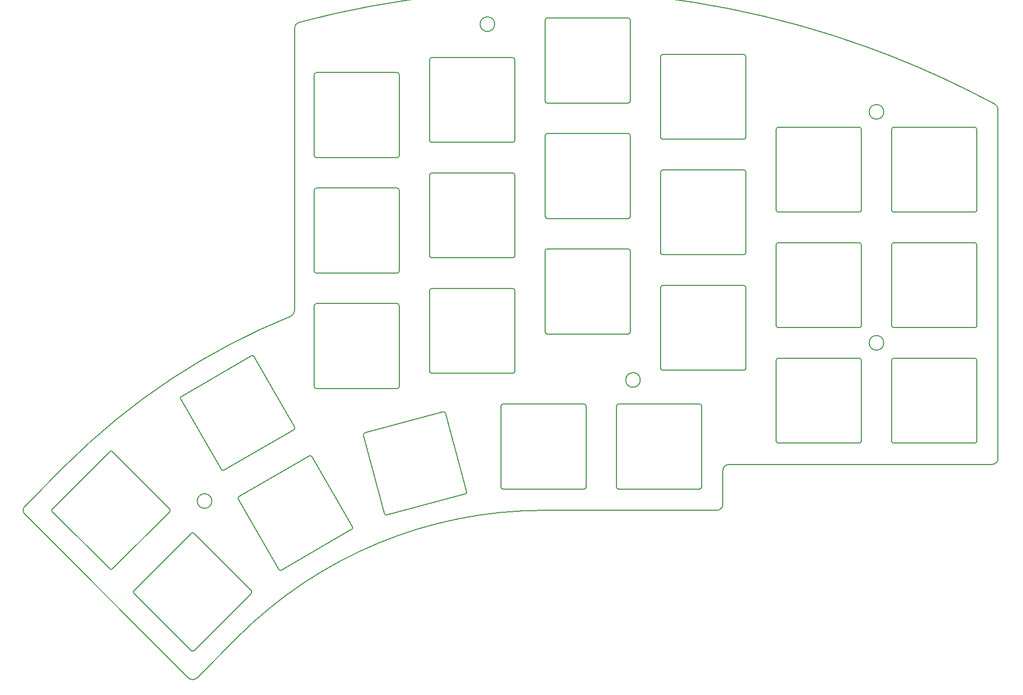
<source format=gbr>
%TF.GenerationSoftware,KiCad,Pcbnew,7.0.1*%
%TF.CreationDate,2023-04-13T23:26:46+02:00*%
%TF.ProjectId,kicad,6b696361-642e-46b6-9963-61645f706362,rev?*%
%TF.SameCoordinates,Original*%
%TF.FileFunction,Profile,NP*%
%FSLAX46Y46*%
G04 Gerber Fmt 4.6, Leading zero omitted, Abs format (unit mm)*
G04 Created by KiCad (PCBNEW 7.0.1) date 2023-04-13 23:26:46*
%MOMM*%
%LPD*%
G01*
G04 APERTURE LIST*
%TA.AperFunction,Profile*%
%ADD10C,0.200000*%
%TD*%
G04 APERTURE END LIST*
D10*
X217937806Y-86417170D02*
G75*
G03*
X217637821Y-86117170I-299994J6D01*
G01*
X217937821Y-99817170D02*
X217937821Y-86417170D01*
X217637821Y-100117173D02*
G75*
G03*
X217937821Y-99817170I-9J300009D01*
G01*
X204237821Y-100117170D02*
X217637821Y-100117170D01*
X203937806Y-99817170D02*
G75*
G03*
X204237821Y-100117170I300006J6D01*
G01*
X203937821Y-86417170D02*
X203937821Y-99817170D01*
X165837816Y-87817160D02*
G75*
G03*
X166137821Y-88117160I299996J-4D01*
G01*
X165837821Y-74417160D02*
X165837821Y-87817160D01*
X166137821Y-74117173D02*
G75*
G03*
X165837821Y-74417160I-9J-299991D01*
G01*
X179537821Y-74117160D02*
X166137821Y-74117160D01*
X122387821Y-110167160D02*
G75*
G03*
X122687821Y-109867160I0J300000D01*
G01*
X86737281Y-111496137D02*
G75*
G03*
X86627473Y-111905945I150000J-259808D01*
G01*
X108987821Y-110167160D02*
X122387821Y-110167160D01*
X108687821Y-109867160D02*
G75*
G03*
X108987821Y-110167160I300000J0D01*
G01*
X108687821Y-96467160D02*
X108687821Y-109867160D01*
X160487821Y-63067173D02*
G75*
G03*
X160787821Y-62767160I-9J300009D01*
G01*
X147087821Y-63067160D02*
X160487821Y-63067160D01*
X146787816Y-62767160D02*
G75*
G03*
X147087821Y-63067160I299996J-4D01*
G01*
X146787821Y-49367160D02*
X146787821Y-62767160D01*
X147087821Y-49067173D02*
G75*
G03*
X146787821Y-49367160I-9J-299991D01*
G01*
X160487821Y-49067160D02*
X147087821Y-49067160D01*
X160787816Y-49367160D02*
G75*
G03*
X160487821Y-49067160I-300004J-4D01*
G01*
X160787821Y-62767160D02*
X160787821Y-49367160D01*
X147087821Y-87167173D02*
G75*
G03*
X146787821Y-87467160I-9J-299991D01*
G01*
X160487821Y-87167160D02*
X147087821Y-87167160D01*
X160787816Y-87467160D02*
G75*
G03*
X160487821Y-87167160I-300004J-4D01*
G01*
X160787821Y-100867160D02*
X160787821Y-87467160D01*
X160487821Y-101167173D02*
G75*
G03*
X160787821Y-100867160I-9J300009D01*
G01*
X147087821Y-101167160D02*
X160487821Y-101167160D01*
X146787816Y-100867160D02*
G75*
G03*
X147087821Y-101167160I299996J-4D01*
G01*
X146787821Y-87467160D02*
X146787821Y-100867160D01*
X172251930Y-126736988D02*
X158851930Y-126736988D01*
X172251930Y-126736982D02*
G75*
G03*
X172551930Y-126436988I-18J300018D01*
G01*
X172551930Y-113036988D02*
X172551930Y-126436988D01*
X172551888Y-113036988D02*
G75*
G03*
X172251930Y-112736988I-299976J24D01*
G01*
X158851930Y-112736988D02*
X172251930Y-112736988D01*
X158851930Y-112736982D02*
G75*
G03*
X158551930Y-113036988I-18J-299982D01*
G01*
X158551930Y-126436988D02*
X158551930Y-113036988D01*
X176076930Y-123692160D02*
X176076930Y-129261988D01*
X175076930Y-130261982D02*
G75*
G03*
X176076930Y-129261988I-18J1000018D01*
G01*
X175076930Y-130261988D02*
X146501930Y-130261988D01*
X146501930Y-130261989D02*
G75*
G03*
X96050175Y-151159791I0J-71349556D01*
G01*
X96050174Y-151159790D02*
X89314982Y-157894982D01*
X87900768Y-157894982D02*
G75*
G03*
X89314982Y-157894982I707107J707108D01*
G01*
X87900768Y-157894982D02*
X60960000Y-130954213D01*
X217937806Y-67367170D02*
G75*
G03*
X217637821Y-67067170I-299994J6D01*
G01*
X60960001Y-129540001D02*
G75*
G03*
X60960000Y-130954213I707106J-707106D01*
G01*
X217637821Y-67067170D02*
X204237821Y-67067170D01*
X60960000Y-129540000D02*
X67695192Y-122804808D01*
X204237821Y-67067173D02*
G75*
G03*
X203937821Y-67367170I-9J-299991D01*
G01*
X104787115Y-98263212D02*
G75*
G03*
X67695192Y-122804808I41714817J-103348332D01*
G01*
X203937821Y-67367170D02*
X203937821Y-80767170D01*
X104787115Y-98263212D02*
G75*
G03*
X105412821Y-97335902I-374293J927309D01*
G01*
X203937806Y-80767170D02*
G75*
G03*
X204237821Y-81067170I300006J6D01*
G01*
X105412821Y-97335902D02*
X105412821Y-50740942D01*
X204237821Y-81067170D02*
X217637821Y-81067170D01*
X106156014Y-49774479D02*
G75*
G03*
X105412821Y-50740942I256808J-966464D01*
G01*
X217637821Y-119167173D02*
G75*
G03*
X217937821Y-118867170I-9J300009D01*
G01*
X199960559Y-53880497D02*
G75*
G03*
X106156014Y-49774479I-53458629J-147731059D01*
G01*
X217937821Y-118867170D02*
X217937821Y-105467170D01*
X203480161Y-55201953D02*
G75*
G03*
X199960559Y-53880498I-56979249J-146412311D01*
G01*
X217937806Y-105467170D02*
G75*
G03*
X217637821Y-105167170I-299994J6D01*
G01*
X220936610Y-63257770D02*
G75*
G03*
X203480161Y-55201954I-74434698J-138353894D01*
G01*
X217637821Y-105167170D02*
X204237821Y-105167170D01*
X221462773Y-64138413D02*
G75*
G03*
X220936608Y-63257774I-999961J49D01*
G01*
X204237821Y-105167173D02*
G75*
G03*
X203937821Y-105467170I-9J-299991D01*
G01*
X221462821Y-64138413D02*
X221462821Y-121692160D01*
X203937821Y-105467170D02*
X203937821Y-118867170D01*
X220462821Y-122692173D02*
G75*
G03*
X221462821Y-121692160I-9J1000009D01*
G01*
X203937806Y-118867170D02*
G75*
G03*
X204237821Y-119167170I300006J6D01*
G01*
X217637821Y-81067173D02*
G75*
G03*
X217937821Y-80767170I-9J300009D01*
G01*
X204237821Y-119167170D02*
X217637821Y-119167170D01*
X217937821Y-80767170D02*
X217937821Y-67367170D01*
X158551888Y-126436988D02*
G75*
G03*
X158851930Y-126736988I300024J24D01*
G01*
X122687821Y-109867160D02*
X122687821Y-96467160D01*
X122687821Y-96467160D02*
G75*
G03*
X122387821Y-96167160I-300000J0D01*
G01*
X108987821Y-96167160D02*
G75*
G03*
X108687821Y-96467160I0J-300000D01*
G01*
X139501930Y-113036988D02*
X139501930Y-126436988D01*
X139501928Y-126436988D02*
G75*
G03*
X139801930Y-126736988I300004J4D01*
G01*
X139801930Y-126736988D02*
X153201930Y-126736988D01*
X153201930Y-126736982D02*
G75*
G03*
X153501930Y-126436988I-18J300018D01*
G01*
X153501930Y-126436988D02*
X153501930Y-113036988D01*
X153501888Y-113036988D02*
G75*
G03*
X153201930Y-112736988I-299976J24D01*
G01*
X153201930Y-112736988D02*
X139801930Y-112736988D01*
X139801930Y-112736982D02*
G75*
G03*
X139501930Y-113036988I-18J-299982D01*
G01*
X166137821Y-69067160D02*
X179537821Y-69067160D01*
X179537821Y-69067173D02*
G75*
G03*
X179837821Y-68767160I-9J300009D01*
G01*
X179837821Y-68767160D02*
X179837821Y-55367160D01*
X128037821Y-74617160D02*
G75*
G03*
X127737821Y-74917160I0J-300000D01*
G01*
X127737821Y-74917160D02*
X127737821Y-88317160D01*
X127737821Y-88317160D02*
G75*
G03*
X128037821Y-88617160I300000J0D01*
G01*
X160787821Y-81817160D02*
X160787821Y-68417160D01*
X160787816Y-68417160D02*
G75*
G03*
X160487821Y-68117160I-300004J-4D01*
G01*
X160487821Y-68117160D02*
X147087821Y-68117160D01*
X147087821Y-68117173D02*
G75*
G03*
X146787821Y-68417160I-9J-299991D01*
G01*
X146787816Y-81817160D02*
G75*
G03*
X147087821Y-82117160I299996J-4D01*
G01*
X122387821Y-96167160D02*
X108987821Y-96167160D01*
X202612821Y-64542170D02*
G75*
G03*
X202612821Y-64542170I-1200000J0D01*
G01*
X147087821Y-82117160D02*
X160487821Y-82117160D01*
X160487821Y-82117173D02*
G75*
G03*
X160787821Y-81817160I-9J300009D01*
G01*
X108687821Y-77417160D02*
X108687821Y-90817160D01*
X108687821Y-90817160D02*
G75*
G03*
X108987821Y-91117160I300000J0D01*
G01*
X108987821Y-91117160D02*
X122387821Y-91117160D01*
X122387821Y-91117160D02*
G75*
G03*
X122687821Y-90817160I0J300000D01*
G01*
X122687821Y-90817160D02*
X122687821Y-77417160D01*
X122687821Y-77417160D02*
G75*
G03*
X122387821Y-77117160I-300000J0D01*
G01*
X122387821Y-77117160D02*
X108987821Y-77117160D01*
X108987821Y-77117160D02*
G75*
G03*
X108687821Y-77417160I0J-300000D01*
G01*
X133806804Y-127186766D02*
X130338628Y-114243360D01*
X179837816Y-74417160D02*
G75*
G03*
X179537821Y-74117160I-300004J-4D01*
G01*
X146787821Y-68417160D02*
X146787821Y-81817160D01*
X184887821Y-105467160D02*
X184887821Y-118867160D01*
X179537821Y-88117173D02*
G75*
G03*
X179837821Y-87817160I-9J300009D01*
G01*
X117027799Y-117499404D02*
G75*
G03*
X116815667Y-117866826I77644J-289776D01*
G01*
X179837821Y-87817160D02*
X179837821Y-74417160D01*
X177076930Y-122692182D02*
G75*
G03*
X176076930Y-123692160I-18J-999982D01*
G01*
X179837816Y-55367160D02*
G75*
G03*
X179537821Y-55067160I-300004J-4D01*
G01*
X166137821Y-88117160D02*
X179537821Y-88117160D01*
X220462821Y-122692160D02*
X177076930Y-122692160D01*
X133594672Y-127554188D02*
G75*
G03*
X133806803Y-127186766I-77648J289778D01*
G01*
X120651265Y-131022364D02*
X133594672Y-127554189D01*
X120283842Y-130810232D02*
G75*
G03*
X120651265Y-131022364I289778J77646D01*
G01*
X116815667Y-117866826D02*
X120283842Y-130810232D01*
X202612821Y-102642170D02*
G75*
G03*
X202612821Y-102642170I-1200000J0D01*
G01*
X129971205Y-114031227D02*
X117027799Y-117499403D01*
X130338628Y-114243360D02*
G75*
G03*
X129971205Y-114031227I-289778J-77645D01*
G01*
X141437821Y-74617160D02*
X128037821Y-74617160D01*
X141737816Y-74917160D02*
G75*
G03*
X141437821Y-74617160I-300004J-4D01*
G01*
X141737821Y-88317160D02*
X141737821Y-74917160D01*
X141437821Y-88617173D02*
G75*
G03*
X141737821Y-88317160I-9J300009D01*
G01*
X162451412Y-108760663D02*
G75*
G03*
X162451412Y-108760663I-1200000J0D01*
G01*
X128037821Y-88617160D02*
X141437821Y-88617160D01*
X127737821Y-69267160D02*
G75*
G03*
X128037821Y-69567160I300000J0D01*
G01*
X127737821Y-55867160D02*
X127737821Y-69267160D01*
X128037821Y-55567160D02*
G75*
G03*
X127737821Y-55867160I0J-300000D01*
G01*
X141437821Y-55567160D02*
X128037821Y-55567160D01*
X141737816Y-55867160D02*
G75*
G03*
X141437821Y-55567160I-300004J-4D01*
G01*
X141737821Y-69267160D02*
X141737821Y-55867160D01*
X141437821Y-69567173D02*
G75*
G03*
X141737821Y-69267160I-9J300009D01*
G01*
X128037821Y-69567160D02*
X141437821Y-69567160D01*
X198887816Y-67367160D02*
G75*
G03*
X198587821Y-67067160I-300004J-4D01*
G01*
X198887821Y-80767160D02*
X198887821Y-67367160D01*
X198587821Y-81067173D02*
G75*
G03*
X198887821Y-80767160I-9J300009D01*
G01*
X91780567Y-128733407D02*
G75*
G03*
X91780567Y-128733407I-1200000J0D01*
G01*
X198887821Y-99817160D02*
X198887821Y-86417160D01*
X185187821Y-81067160D02*
X198587821Y-81067160D01*
X184887816Y-80767160D02*
G75*
G03*
X185187821Y-81067160I299996J-4D01*
G01*
X184887821Y-67367160D02*
X184887821Y-80767160D01*
X185187821Y-67067173D02*
G75*
G03*
X184887821Y-67367160I-9J-299991D01*
G01*
X198587821Y-67067160D02*
X185187821Y-67067160D01*
X185187821Y-105167173D02*
G75*
G03*
X184887821Y-105467160I-9J-299991D01*
G01*
X198587821Y-105167160D02*
X185187821Y-105167160D01*
X198887816Y-105467160D02*
G75*
G03*
X198587821Y-105167160I-300004J-4D01*
G01*
X198887821Y-118867160D02*
X198887821Y-105467160D01*
X198587821Y-119167173D02*
G75*
G03*
X198887821Y-118867160I-9J300009D01*
G01*
X185187821Y-119167160D02*
X198587821Y-119167160D01*
X184887816Y-118867160D02*
G75*
G03*
X185187821Y-119167160I299996J-4D01*
G01*
X198887816Y-86417160D02*
G75*
G03*
X198587821Y-86117160I-300004J-4D01*
G01*
X198587821Y-100117173D02*
G75*
G03*
X198887821Y-99817160I-9J300009D01*
G01*
X185187821Y-100117160D02*
X198587821Y-100117160D01*
X184887816Y-99817160D02*
G75*
G03*
X185187821Y-100117160I299996J-4D01*
G01*
X184887821Y-86417160D02*
X184887821Y-99817160D01*
X185187821Y-86117173D02*
G75*
G03*
X184887821Y-86417160I-9J-299991D01*
G01*
X198587821Y-86117160D02*
X185187821Y-86117160D01*
X165837816Y-68767160D02*
G75*
G03*
X166137821Y-69067160I299996J-4D01*
G01*
X165837821Y-55367160D02*
X165837821Y-68767160D01*
X166137821Y-55067173D02*
G75*
G03*
X165837821Y-55367160I-9J-299991D01*
G01*
X179537821Y-55067160D02*
X166137821Y-55067160D01*
X217637821Y-86117170D02*
X204237821Y-86117170D01*
X204237821Y-86117173D02*
G75*
G03*
X203937821Y-86417170I-9J-299991D01*
G01*
X165837821Y-93467160D02*
X165837821Y-106867160D01*
X165837816Y-106867160D02*
G75*
G03*
X166137821Y-107167160I299996J-4D01*
G01*
X166137821Y-107167160D02*
X179537821Y-107167160D01*
X179537821Y-107167173D02*
G75*
G03*
X179837821Y-106867160I-9J300009D01*
G01*
X179837821Y-106867160D02*
X179837821Y-93467160D01*
X179837816Y-93467160D02*
G75*
G03*
X179537821Y-93167160I-300004J-4D01*
G01*
X179537821Y-93167160D02*
X166137821Y-93167160D01*
X166137821Y-93167173D02*
G75*
G03*
X165837821Y-93467160I-9J-299991D01*
G01*
X108687821Y-58367160D02*
X108687821Y-71767160D01*
X108687821Y-71767160D02*
G75*
G03*
X108987821Y-72067160I300000J0D01*
G01*
X108987821Y-72067160D02*
X122387821Y-72067160D01*
X122387821Y-72067160D02*
G75*
G03*
X122687821Y-71767160I0J300000D01*
G01*
X122687821Y-71767160D02*
X122687821Y-58367160D01*
X122687821Y-58367160D02*
G75*
G03*
X122387821Y-58067160I-300000J0D01*
G01*
X122387821Y-58067160D02*
X108987821Y-58067160D01*
X108987821Y-58067160D02*
G75*
G03*
X108687821Y-58367160I0J-300000D01*
G01*
X127737821Y-93967160D02*
X127737821Y-107367160D01*
X127737821Y-107367160D02*
G75*
G03*
X128037821Y-107667160I300000J0D01*
G01*
X128037821Y-107667160D02*
X141437821Y-107667160D01*
X141437821Y-107667173D02*
G75*
G03*
X141737821Y-107367160I-9J300009D01*
G01*
X141737821Y-107367160D02*
X141737821Y-93967160D01*
X141737816Y-93967160D02*
G75*
G03*
X141437821Y-93667160I-300004J-4D01*
G01*
X141437821Y-93667160D02*
X128037821Y-93667160D01*
X128037821Y-93667160D02*
G75*
G03*
X127737821Y-93967160I0J-300000D01*
G01*
X138434412Y-50070665D02*
G75*
G03*
X138434412Y-50070665I-1200000J0D01*
G01*
X102852473Y-140008469D02*
X96152473Y-128403729D01*
X98751829Y-104905945D02*
X105451829Y-116510685D01*
X93327473Y-123510685D02*
X86627473Y-111905945D01*
X98295238Y-143505359D02*
X88820007Y-134030128D01*
X78920512Y-143929623D02*
X88395743Y-153404854D01*
X75349623Y-120559744D02*
X84824854Y-130034975D01*
X74925359Y-139934469D02*
X65450128Y-130459239D01*
X96262281Y-127993921D02*
X107867021Y-121293921D01*
X108276829Y-121403729D02*
X114976829Y-133008469D01*
X114867021Y-133418277D02*
X103262281Y-140118277D01*
X86737281Y-111496137D02*
X98342021Y-104796137D01*
X105342021Y-116920493D02*
X93737281Y-123620493D01*
X65450128Y-130034975D02*
X74925359Y-120559744D01*
X75349623Y-139934469D02*
X84824854Y-130459239D01*
X88395743Y-134030128D02*
X78920512Y-143505359D01*
X88820007Y-153404854D02*
X98295238Y-143929623D01*
X74925360Y-139934468D02*
G75*
G03*
X75349622Y-139934468I212131J212131D01*
G01*
X75349622Y-120559745D02*
G75*
G03*
X74925360Y-120559745I-212131J-212131D01*
G01*
X65450129Y-130034976D02*
G75*
G03*
X65450129Y-130459238I212131J-212131D01*
G01*
X84824853Y-130459238D02*
G75*
G03*
X84824853Y-130034976I-212131J212131D01*
G01*
X98295237Y-143929622D02*
G75*
G03*
X98295237Y-143505360I-212131J212131D01*
G01*
X78920513Y-143505360D02*
G75*
G03*
X78920513Y-143929622I212131J-212131D01*
G01*
X88395744Y-153404853D02*
G75*
G03*
X88820006Y-153404853I212131J212131D01*
G01*
X88820006Y-134030129D02*
G75*
G03*
X88395744Y-134030129I-212131J-212131D01*
G01*
X96262281Y-127993921D02*
G75*
G03*
X96152473Y-128403729I150000J-259808D01*
G01*
X102852473Y-140008469D02*
G75*
G03*
X103262281Y-140118277I259808J150000D01*
G01*
X114867021Y-133418277D02*
G75*
G03*
X114976829Y-133008469I-150000J259808D01*
G01*
X108276829Y-121403729D02*
G75*
G03*
X107867021Y-121293921I-259808J-150000D01*
G01*
X93327473Y-123510685D02*
G75*
G03*
X93737281Y-123620493I259808J150000D01*
G01*
X105342021Y-116920493D02*
G75*
G03*
X105451829Y-116510685I-150000J259808D01*
G01*
X98751829Y-104905945D02*
G75*
G03*
X98342021Y-104796137I-259808J-150000D01*
G01*
M02*

</source>
